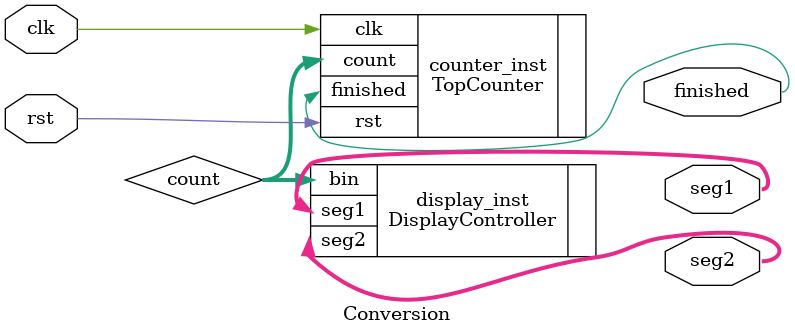
<source format=sv>
module Conversion (
    input logic clk,          // Reloj global
    input logic rst,          // Señal de reset
    output logic finished,    // Señal que indica que el contador ha llegado a 15 segundos
    output logic [6:0] seg1,  // Segmentos del primer display de 7 segmentos (decenas)
    output logic [6:0] seg2   // Segmentos del segundo display de 7 segmentos (unidades)
);

    logic [3:0] count;        // Contador de 4 bits para visualizar los segundos

    // Instanciamos el contador de 15 segundos
    TopCounter counter_inst (
        .clk(clk),
        .rst(rst),
        .finished(finished),
        .count(count)
    );

    // Instanciamos el controlador de displays BCD
    DisplayController display_inst (
        .bin(count),
        .seg1(seg1),
        .seg2(seg2)
    );

endmodule

</source>
